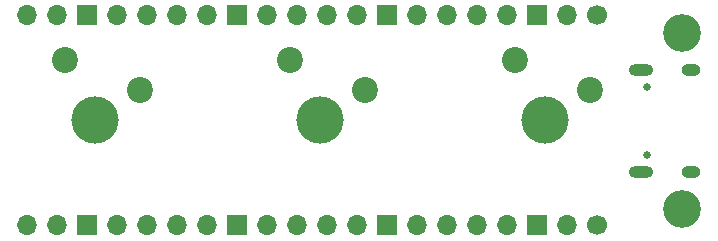
<source format=gbr>
%TF.GenerationSoftware,KiCad,Pcbnew,8.0.4*%
%TF.CreationDate,2025-01-25T23:18:53-05:00*%
%TF.ProjectId,catkeeb_devboard,6361746b-6565-4625-9f64-6576626f6172,rev?*%
%TF.SameCoordinates,Original*%
%TF.FileFunction,Soldermask,Bot*%
%TF.FilePolarity,Negative*%
%FSLAX46Y46*%
G04 Gerber Fmt 4.6, Leading zero omitted, Abs format (unit mm)*
G04 Created by KiCad (PCBNEW 8.0.4) date 2025-01-25 23:18:53*
%MOMM*%
%LPD*%
G01*
G04 APERTURE LIST*
%ADD10C,3.200000*%
%ADD11C,1.700000*%
%ADD12O,1.700000X1.700000*%
%ADD13R,1.700000X1.700000*%
%ADD14C,0.650000*%
%ADD15O,2.100000X1.000000*%
%ADD16O,1.600000X1.000000*%
%ADD17C,4.000000*%
%ADD18C,2.200000*%
G04 APERTURE END LIST*
D10*
%TO.C,REF\u002A\u002A*%
X96550000Y-62600000D03*
%TD*%
%TO.C,REF\u002A\u002A*%
X96550000Y-47650000D03*
%TD*%
D11*
%TO.C,J6*%
X89360000Y-63960000D03*
D12*
X86820000Y-63960000D03*
D13*
X84280000Y-63960000D03*
D12*
X81740000Y-63960000D03*
X79200000Y-63960000D03*
X76660000Y-63960000D03*
X74120000Y-63960000D03*
D13*
X71580000Y-63960000D03*
D12*
X69040000Y-63960000D03*
X66500000Y-63960000D03*
X63960000Y-63960000D03*
X61420000Y-63960000D03*
D13*
X58880000Y-63960000D03*
D12*
X56340000Y-63960000D03*
X53800000Y-63960000D03*
X51260000Y-63960000D03*
X48720000Y-63960000D03*
D13*
X46180000Y-63960000D03*
D12*
X43640000Y-63960000D03*
X41100000Y-63960000D03*
%TD*%
%TO.C,J2*%
X41100000Y-46180000D03*
X43640000Y-46180000D03*
D13*
X46180000Y-46180000D03*
D12*
X48720000Y-46180000D03*
X51260000Y-46180000D03*
X53800000Y-46180000D03*
X56340000Y-46180000D03*
D13*
X58880000Y-46180000D03*
D12*
X61420000Y-46180000D03*
X63960000Y-46180000D03*
X66500000Y-46180000D03*
X69040000Y-46180000D03*
D13*
X71580000Y-46180000D03*
D12*
X74120000Y-46180000D03*
X76660000Y-46180000D03*
X79200000Y-46180000D03*
X81740000Y-46180000D03*
D13*
X84280000Y-46180000D03*
D12*
X86820000Y-46180000D03*
D11*
X89360000Y-46180000D03*
%TD*%
D14*
%TO.C,J1*%
X93590000Y-58040000D03*
X93590000Y-52260000D03*
D15*
X93090000Y-59470000D03*
D16*
X97270000Y-59470000D03*
D15*
X93090000Y-50830000D03*
D16*
X97270000Y-50830000D03*
%TD*%
D17*
%TO.C,MX2*%
X65881250Y-55080000D03*
D18*
X63341250Y-50000000D03*
X69691250Y-52540000D03*
%TD*%
D17*
%TO.C,MX3*%
X46831250Y-55080000D03*
D18*
X44291250Y-50000000D03*
X50641250Y-52540000D03*
%TD*%
D17*
%TO.C,MX1*%
X84931250Y-55080000D03*
D18*
X82391250Y-50000000D03*
X88741250Y-52540000D03*
%TD*%
M02*

</source>
